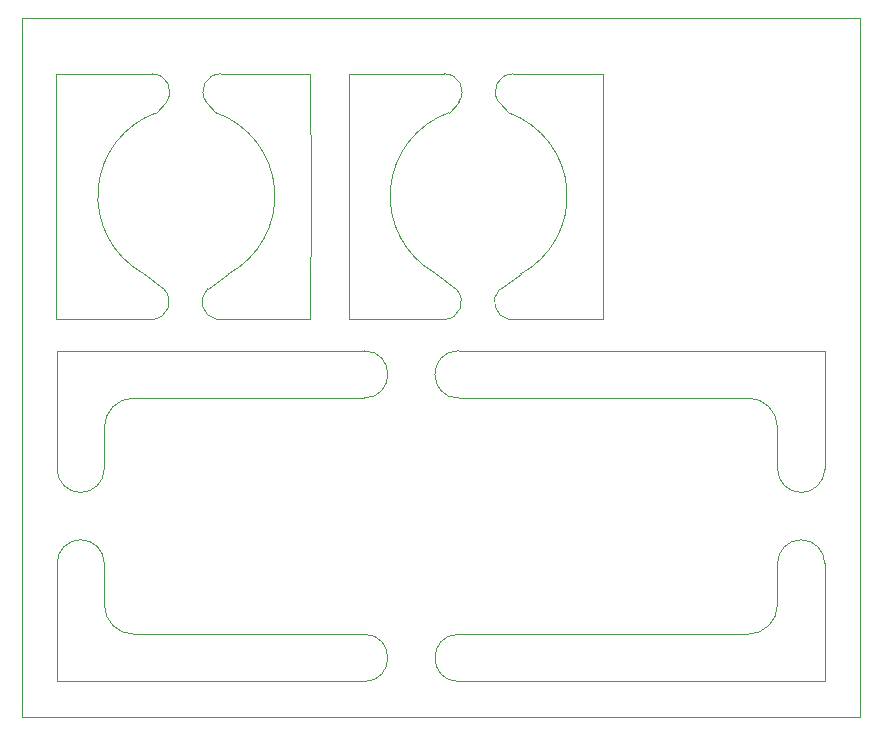
<source format=gbr>
%TF.GenerationSoftware,KiCad,Pcbnew,(5.1.0-1220-ga833aeeac)*%
%TF.CreationDate,2019-07-10T01:08:44+03:00*%
%TF.ProjectId,proto_II_panel,70726f74-6f5f-4494-995f-70616e656c2e,rev?*%
%TF.SameCoordinates,Original*%
%TF.FileFunction,Profile,NP*%
%FSLAX46Y46*%
G04 Gerber Fmt 4.6, Leading zero omitted, Abs format (unit mm)*
G04 Created by KiCad (PCBNEW (5.1.0-1220-ga833aeeac)) date 2019-07-10 01:08:44*
%MOMM*%
%LPD*%
G04 APERTURE LIST*
%ADD10C,0.100000*%
G04 APERTURE END LIST*
D10*
X94250000Y-63350000D02*
X94200000Y-53050000D01*
X85393736Y-55441587D02*
G75*
G02X86600000Y-53050000I1206264J891587D01*
G01*
X86600000Y-53050000D02*
X94200000Y-53050000D01*
X80750000Y-73850000D02*
X72700000Y-73850000D01*
X81785714Y-71264967D02*
G75*
G02X80750000Y-73850000I-1035714J-1085033D01*
G01*
X86249036Y-56352667D02*
G75*
G02X87249999Y-69999999I-2549036J-7047333D01*
G01*
X87249999Y-69999999D02*
X85500000Y-71250000D01*
X79991246Y-69915376D02*
X81785714Y-71264967D01*
X80799212Y-53050000D02*
G75*
G02X82000000Y-55450000I788J-1500000D01*
G01*
X72700000Y-53050000D02*
X72700000Y-73850000D01*
X80799212Y-53050000D02*
X72700000Y-53050000D01*
X81150001Y-56350001D02*
X82000000Y-55450000D01*
X85393736Y-55441587D02*
X86249036Y-56352667D01*
X86251768Y-73841158D02*
G75*
G02X85500001Y-71250001I298232J1491158D01*
G01*
X79991246Y-69915376D02*
G75*
G02X81150001Y-56350001I3708754J6515376D01*
G01*
X86251768Y-73841158D02*
X94200000Y-73850000D01*
X94250000Y-63350000D02*
X94200000Y-73850000D01*
X116000000Y-48350000D02*
X116000000Y-52300000D01*
X45000000Y-48350000D02*
X116000000Y-48350000D01*
X61850000Y-53050000D02*
X69450000Y-53050000D01*
X55241246Y-69915376D02*
G75*
G02X56400001Y-56350001I3708754J6515376D01*
G01*
X61499036Y-56352667D02*
G75*
G02X62499999Y-69999999I-2549036J-7047333D01*
G01*
X56400001Y-56350001D02*
X57250000Y-55450000D01*
X56049212Y-53050000D02*
G75*
G02X57250000Y-55450000I788J-1500000D01*
G01*
X60643736Y-55441587D02*
X61499036Y-56352667D01*
X60643736Y-55441587D02*
G75*
G02X61850000Y-53050000I1206264J891587D01*
G01*
X61501768Y-73841158D02*
X69450000Y-73850000D01*
X61501768Y-73841158D02*
G75*
G02X60750001Y-71250001I298232J1491158D01*
G01*
X57035714Y-71264967D02*
G75*
G02X56000000Y-73850000I-1035714J-1085033D01*
G01*
X62499999Y-69999999D02*
X60750000Y-71250000D01*
X55241246Y-69915376D02*
X57035714Y-71264967D01*
X56000000Y-73850000D02*
X47950000Y-73850000D01*
X69500000Y-63350000D02*
X69450000Y-73850000D01*
X47950000Y-53050000D02*
X47950000Y-73850000D01*
X56049212Y-53050000D02*
X47950000Y-53050000D01*
X69500000Y-63350000D02*
X69450000Y-53050000D01*
X116000000Y-52300000D02*
X116000000Y-73500000D01*
X45000000Y-73500000D02*
X45000000Y-48350000D01*
X116000000Y-107500000D02*
X45000000Y-107500000D01*
X116000000Y-104500000D02*
X116000000Y-107500000D01*
X116000000Y-73500000D02*
X116000000Y-104500000D01*
X45000000Y-76500000D02*
X45000000Y-73500000D01*
X45000000Y-104500000D02*
X45000000Y-76500000D01*
X48000000Y-104500000D02*
X48000000Y-94499999D01*
X74000000Y-104500000D02*
X48000000Y-104500000D01*
X113000000Y-104500000D02*
X81999999Y-104500000D01*
X113000000Y-94500001D02*
X113000000Y-104500000D01*
X113000000Y-76500000D02*
X113000000Y-86500001D01*
X82000000Y-76500000D02*
X113000000Y-76500000D01*
X48000000Y-76500000D02*
X74000001Y-76500000D01*
X48000000Y-86499999D02*
X48000000Y-76500000D01*
X82000001Y-100500000D02*
X106500000Y-100500000D01*
X81999999Y-104500000D02*
G75*
G02X82000001Y-100500000I1J2000000D01*
G01*
X74000001Y-100500000D02*
G75*
G02X73999999Y-104500000I-1J-2000000D01*
G01*
X74000001Y-76500000D02*
G75*
G02X73999999Y-80500000I-1J-2000000D01*
G01*
X81999999Y-80500000D02*
G75*
G02X82000001Y-76500000I1J2000000D01*
G01*
X113000000Y-86500001D02*
G75*
G02X109000000Y-86499999I-2000000J1D01*
G01*
X109000000Y-94499999D02*
G75*
G02X113000000Y-94500001I2000000J-1D01*
G01*
X48000000Y-94499999D02*
G75*
G02X52000000Y-94500001I2000000J-1D01*
G01*
X52000000Y-86500001D02*
G75*
G02X48000000Y-86499999I-2000000J1D01*
G01*
X45000000Y-107500000D02*
X45000000Y-104500000D01*
X109000000Y-98000000D02*
X109000000Y-94499999D01*
X109000000Y-83000000D02*
X109000000Y-86500000D01*
X82000000Y-80500000D02*
X106500000Y-80500000D01*
X54500000Y-80500000D02*
X73999999Y-80500000D01*
X52000000Y-86500001D02*
X52000000Y-83000000D01*
X52000000Y-98000000D02*
X52000000Y-94500000D01*
X52000000Y-83000000D02*
G75*
G02X54500000Y-80500000I2500000J0D01*
G01*
X54500000Y-100500000D02*
G75*
G02X52000000Y-98000000I0J2500000D01*
G01*
X109000000Y-98000000D02*
G75*
G02X106500000Y-100500000I-2500000J0D01*
G01*
X106500000Y-80500000D02*
G75*
G02X109000000Y-83000000I0J-2500000D01*
G01*
X74000001Y-100500000D02*
X54500000Y-100500000D01*
M02*

</source>
